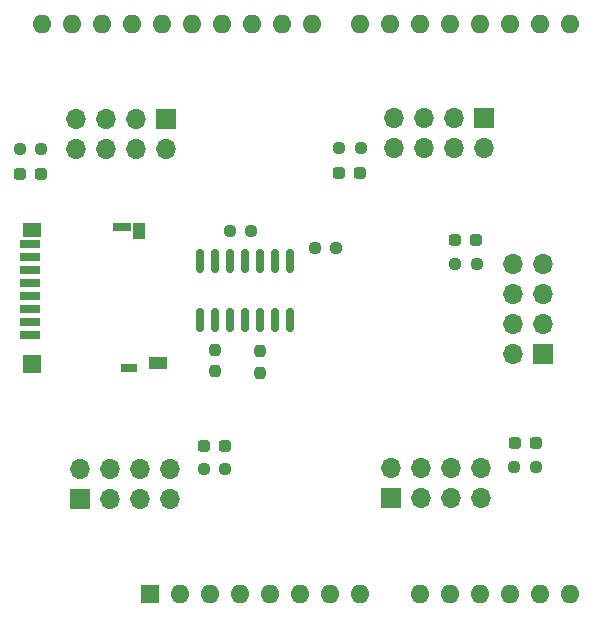
<source format=gbr>
%TF.GenerationSoftware,KiCad,Pcbnew,7.0.1-3b83917a11~172~ubuntu20.04.1*%
%TF.CreationDate,2023-08-11T21:00:57+02:00*%
%TF.ProjectId,PicoShield,5069636f-5368-4696-956c-642e6b696361,rev?*%
%TF.SameCoordinates,Original*%
%TF.FileFunction,Soldermask,Top*%
%TF.FilePolarity,Negative*%
%FSLAX46Y46*%
G04 Gerber Fmt 4.6, Leading zero omitted, Abs format (unit mm)*
G04 Created by KiCad (PCBNEW 7.0.1-3b83917a11~172~ubuntu20.04.1) date 2023-08-11 21:00:57*
%MOMM*%
%LPD*%
G01*
G04 APERTURE LIST*
G04 Aperture macros list*
%AMRoundRect*
0 Rectangle with rounded corners*
0 $1 Rounding radius*
0 $2 $3 $4 $5 $6 $7 $8 $9 X,Y pos of 4 corners*
0 Add a 4 corners polygon primitive as box body*
4,1,4,$2,$3,$4,$5,$6,$7,$8,$9,$2,$3,0*
0 Add four circle primitives for the rounded corners*
1,1,$1+$1,$2,$3*
1,1,$1+$1,$4,$5*
1,1,$1+$1,$6,$7*
1,1,$1+$1,$8,$9*
0 Add four rect primitives between the rounded corners*
20,1,$1+$1,$2,$3,$4,$5,0*
20,1,$1+$1,$4,$5,$6,$7,0*
20,1,$1+$1,$6,$7,$8,$9,0*
20,1,$1+$1,$8,$9,$2,$3,0*%
G04 Aperture macros list end*
%ADD10RoundRect,0.237500X0.237500X-0.250000X0.237500X0.250000X-0.237500X0.250000X-0.237500X-0.250000X0*%
%ADD11RoundRect,0.237500X0.250000X0.237500X-0.250000X0.237500X-0.250000X-0.237500X0.250000X-0.237500X0*%
%ADD12R,1.700000X1.700000*%
%ADD13O,1.700000X1.700000*%
%ADD14RoundRect,0.237500X0.287500X0.237500X-0.287500X0.237500X-0.287500X-0.237500X0.287500X-0.237500X0*%
%ADD15RoundRect,0.150000X-0.150000X0.825000X-0.150000X-0.825000X0.150000X-0.825000X0.150000X0.825000X0*%
%ADD16RoundRect,0.237500X-0.287500X-0.237500X0.287500X-0.237500X0.287500X0.237500X-0.287500X0.237500X0*%
%ADD17R,1.750000X0.700000*%
%ADD18R,1.000000X1.450000*%
%ADD19R,1.550000X1.000000*%
%ADD20R,1.500000X0.800000*%
%ADD21R,1.500000X1.300000*%
%ADD22R,1.500000X1.500000*%
%ADD23R,1.400000X0.800000*%
%ADD24RoundRect,0.237500X-0.250000X-0.237500X0.250000X-0.237500X0.250000X0.237500X-0.250000X0.237500X0*%
%ADD25R,1.600000X1.600000*%
%ADD26O,1.600000X1.600000*%
G04 APERTURE END LIST*
D10*
%TO.C,R4*%
X149606000Y-57554500D03*
X149606000Y-55729500D03*
%TD*%
D11*
%TO.C,R7*%
X171801800Y-48463200D03*
X169976800Y-48463200D03*
%TD*%
D12*
%TO.C,J1*%
X138226800Y-68376800D03*
D13*
X138226800Y-65836800D03*
X140766800Y-68376800D03*
X140766800Y-65836800D03*
X143306800Y-68376800D03*
X143306800Y-65836800D03*
X145846800Y-68376800D03*
X145846800Y-65836800D03*
%TD*%
D12*
%TO.C,J5*%
X172364400Y-36118800D03*
D13*
X172364400Y-38658800D03*
X169824400Y-36118800D03*
X169824400Y-38658800D03*
X167284400Y-36118800D03*
X167284400Y-38658800D03*
X164744400Y-36118800D03*
X164744400Y-38658800D03*
%TD*%
D12*
%TO.C,J2*%
X164541200Y-68275200D03*
D13*
X164541200Y-65735200D03*
X167081200Y-68275200D03*
X167081200Y-65735200D03*
X169621200Y-68275200D03*
X169621200Y-65735200D03*
X172161200Y-68275200D03*
X172161200Y-65735200D03*
%TD*%
D11*
%TO.C,R3*%
X152702900Y-45669200D03*
X150877900Y-45669200D03*
%TD*%
%TO.C,R1*%
X159865700Y-47142400D03*
X158040700Y-47142400D03*
%TD*%
D14*
%TO.C,D5*%
X134885400Y-40894000D03*
X133135400Y-40894000D03*
%TD*%
D15*
%TO.C,U1*%
X155983400Y-48266000D03*
X154713400Y-48266000D03*
X153443400Y-48266000D03*
X152173400Y-48266000D03*
X150903400Y-48266000D03*
X149633400Y-48266000D03*
X148363400Y-48266000D03*
X148363400Y-53216000D03*
X149633400Y-53216000D03*
X150903400Y-53216000D03*
X152173400Y-53216000D03*
X153443400Y-53216000D03*
X154713400Y-53216000D03*
X155983400Y-53216000D03*
%TD*%
D14*
%TO.C,D4*%
X161860200Y-40741600D03*
X160110200Y-40741600D03*
%TD*%
D12*
%TO.C,J6*%
X145440400Y-36169600D03*
D13*
X145440400Y-38709600D03*
X142900400Y-36169600D03*
X142900400Y-38709600D03*
X140360400Y-36169600D03*
X140360400Y-38709600D03*
X137820400Y-36169600D03*
X137820400Y-38709600D03*
%TD*%
D12*
%TO.C,J4*%
X177393600Y-56083200D03*
D13*
X174853600Y-56083200D03*
X177393600Y-53543200D03*
X174853600Y-53543200D03*
X177393600Y-51003200D03*
X174853600Y-51003200D03*
X177393600Y-48463200D03*
X174853600Y-48463200D03*
%TD*%
D16*
%TO.C,D2*%
X175045400Y-63601600D03*
X176795400Y-63601600D03*
%TD*%
D17*
%TO.C,J3*%
X133987000Y-54496800D03*
X133987000Y-53396800D03*
X133987000Y-52296800D03*
X133987000Y-51196800D03*
X133987000Y-50096800D03*
X133987000Y-48996800D03*
X133987000Y-47896800D03*
X133987000Y-46796800D03*
D18*
X143212000Y-45671800D03*
D19*
X144787000Y-56896800D03*
D20*
X141712000Y-45346800D03*
D21*
X134112000Y-45596800D03*
D22*
X134112000Y-56946800D03*
D23*
X142362000Y-57296800D03*
%TD*%
D24*
%TO.C,R2*%
X148642700Y-65836800D03*
X150467700Y-65836800D03*
%TD*%
%TO.C,R6*%
X174957100Y-65684400D03*
X176782100Y-65684400D03*
%TD*%
D14*
%TO.C,D3*%
X171715400Y-46482000D03*
X169965400Y-46482000D03*
%TD*%
D16*
%TO.C,D1*%
X148680200Y-63906400D03*
X150430200Y-63906400D03*
%TD*%
D11*
%TO.C,R9*%
X134922900Y-38709600D03*
X133097900Y-38709600D03*
%TD*%
%TO.C,R8*%
X161948500Y-38658800D03*
X160123500Y-38658800D03*
%TD*%
D10*
%TO.C,R5*%
X153466800Y-57706900D03*
X153466800Y-55881900D03*
%TD*%
D25*
%TO.C,A1*%
X144145000Y-76403200D03*
D26*
X146685000Y-76403200D03*
X149225000Y-76403200D03*
X151765000Y-76403200D03*
X154305000Y-76403200D03*
X156845000Y-76403200D03*
X159385000Y-76403200D03*
X161925000Y-76403200D03*
X167005000Y-76403200D03*
X169545000Y-76403200D03*
X172085000Y-76403200D03*
X174625000Y-76403200D03*
X177165000Y-76403200D03*
X179705000Y-76403200D03*
X179705000Y-28143200D03*
X177165000Y-28143200D03*
X174625000Y-28143200D03*
X172085000Y-28143200D03*
X169545000Y-28143200D03*
X167005000Y-28143200D03*
X164465000Y-28143200D03*
X161925000Y-28143200D03*
X157865000Y-28143200D03*
X155325000Y-28143200D03*
X152785000Y-28143200D03*
X150245000Y-28143200D03*
X147705000Y-28143200D03*
X145165000Y-28143200D03*
X142625000Y-28143200D03*
X140085000Y-28143200D03*
X137545000Y-28143200D03*
X135005000Y-28143200D03*
%TD*%
M02*

</source>
